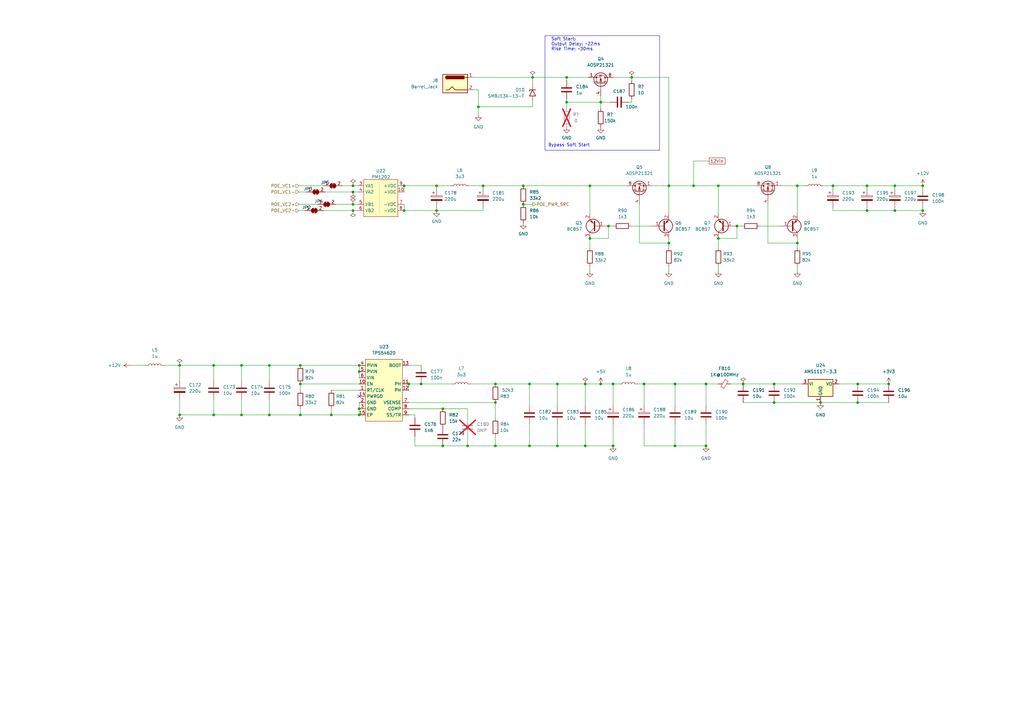
<source format=kicad_sch>
(kicad_sch (version 20230121) (generator eeschema)
  (paper "A3")
  (title_block (title "Kirdy") (date "2022-07-03") (rev "r0.3") (company "M-Labs") (comment 1 "Linus Woo Chun Kit"))
  (lib_symbols
    (symbol "Connector:Barrel_Jack" (pin_names (offset 1.016))
      (property "Reference" "J" (at 0 5.334 0))
      (property "Value" "Barrel_Jack" (at 0 -5.08 0))
      (symbol "Barrel_Jack_1_1"
        (pin passive line (at 7.62 2.54 180) (length 2.54) (name "~") (number "1"))
        (pin passive line (at 7.62 -2.54 180) (length 2.54) (name "~") (number "2"))
      )
    )
    (symbol "Device:C" (pin_numbers hide) (pin_names (offset 0.254))
      (property "Reference" "C" (at 0.635 2.54 0))
      (property "Value" "C" (at 0.635 -2.54 0))
      (symbol "C_1_1"
        (pin passive line (at 0 3.81 270) (length 2.794) (name "~") (number "1"))
        (pin passive line (at 0 -3.81 90) (length 2.794) (name "~") (number "2"))
      )
    )
    (symbol "Device:C_Polarized" (pin_numbers hide) (pin_names (offset 0.254))
      (property "Reference" "C" (at 0.635 2.54 0))
      (property "Value" "C_Polarized" (at 0.635 -2.54 0))
      (symbol "C_Polarized_1_1"
        (pin passive line (at 0 3.81 270) (length 2.794) (name "~") (number "1"))
        (pin passive line (at 0 -3.81 90) (length 2.794) (name "~") (number "2"))
      )
    )
    (symbol "Device:FerriteBead_Small" (pin_numbers hide) (pin_names (offset 0))
      (property "Reference" "FB" (at 1.905 1.27 0))
      (property "Value" "FerriteBead_Small" (at 1.905 -1.27 0))
      (symbol "FerriteBead_Small_1_1"
        (pin passive line (at 0 2.54 270) (length 1.27) (name "~") (number "1"))
        (pin passive line (at 0 -2.54 90) (length 1.27) (name "~") (number "2"))
      )
    )
    (symbol "Device:L" (pin_numbers hide) (pin_names (offset 1.016) hide)
      (property "Reference" "L" (at -1.27 0 90))
      (property "Value" "L" (at 1.905 0 90))
      (symbol "L_1_1"
        (pin passive line (at 0 3.81 270) (length 1.27) (name "1") (number "1"))
        (pin passive line (at 0 -3.81 90) (length 1.27) (name "2") (number "2"))
      )
    )
    (symbol "Device:R" (pin_numbers hide) (pin_names (offset 0))
      (property "Reference" "R" (at 2.032 0 90))
      (property "Value" "R" (at 0 0 90))
      (symbol "R_1_1"
        (pin passive line (at 0 3.81 270) (length 1.27) (name "~") (number "1"))
        (pin passive line (at 0 -3.81 90) (length 1.27) (name "~") (number "2"))
      )
    )
    (symbol "Diode:SM6T15A" (pin_numbers hide) (pin_names (offset 1.016) hide)
      (property "Reference" "D" (at 0 2.54 0))
      (property "Value" "SM6T15A" (at 0 -2.54 0))
      (symbol "SM6T15A_1_1"
        (pin passive line (at -3.81 0 0) (length 2.54) (name "A1") (number "1"))
        (pin passive line (at 3.81 0 180) (length 2.54) (name "A2") (number "2"))
      )
    )
    (symbol "Jumper:SolderJumper_2_Bridged" (pin_names (offset 0) hide)
      (property "Reference" "JP" (at 0 2.032 0))
      (property "Value" "SolderJumper_2_Bridged" (at 0 -2.54 0))
      (symbol "SolderJumper_2_Bridged_1_1"
        (pin passive line (at -3.81 0 0) (length 2.54) (name "A") (number "1"))
        (pin passive line (at 3.81 0 180) (length 2.54) (name "B") (number "2"))
      )
    )
    (symbol "Regulator_Linear:AMS1117-3.3" (pin_names (offset 0.254))
      (property "Reference" "U" (at -3.81 3.175 0))
      (property "Value" "AMS1117-3.3" (at 0 3.175 0))
      (symbol "AMS1117-3.3_1_1"
        (pin power_in line (at 0 -7.62 90) (length 2.54) (name "GND") (number "1"))
        (pin power_out line (at 7.62 0 180) (length 2.54) (name "VO") (number "2"))
        (pin power_in line (at -7.62 0 0) (length 2.54) (name "VI") (number "3"))
      )
    )
    (symbol "Transistor_BJT:BC857" (pin_names (offset 0) hide)
      (property "Reference" "Q" (at 5.08 1.905 0))
      (property "Value" "BC857" (at 5.08 0 0))
      (symbol "BC857_1_1"
        (pin input line (at -5.08 0 0) (length 5.715) (name "B") (number "1"))
        (pin passive line (at 2.54 -5.08 90) (length 2.54) (name "E") (number "2"))
        (pin passive line (at 2.54 5.08 270) (length 2.54) (name "C") (number "3"))
      )
    )
    (symbol "Transistor_FET:FDS9435A" (pin_names hide)
      (property "Reference" "Q" (at 5.08 1.905 0))
      (property "Value" "FDS9435A" (at 5.08 0 0))
      (symbol "FDS9435A_1_1"
        (pin passive line (at 2.54 -5.08 90) (length 2.54) (name "S") (number "1"))
        (pin passive line (at 2.54 -5.08 90) (length 2.54) hide (name "S") (number "2"))
        (pin passive line (at 2.54 -5.08 90) (length 2.54) hide (name "S") (number "3"))
        (pin passive line (at -5.08 0 0) (length 2.54) (name "G") (number "4"))
        (pin passive line (at 2.54 5.08 270) (length 2.54) hide (name "D") (number "5"))
        (pin passive line (at 2.54 5.08 270) (length 2.54) hide (name "D") (number "6"))
        (pin passive line (at 2.54 5.08 270) (length 2.54) hide (name "D") (number "7"))
        (pin passive line (at 2.54 5.08 270) (length 2.54) (name "D") (number "8"))
      )
    )
    (symbol "kirdy:PM1202"
      (property "Reference" "U" (at 6.35 -6.35 0))
      (property "Value" "PM1202" (at -2.54 -6.35 0))
      (property "MFR_PN" "PM1202" (at 0 0 0))
      (symbol "PM1202_0_0"
        (pin no_connect line (at -1.27 -11.43 180) (length 2.54) hide (name "NC") (number "1"))
        (pin power_out line (at 10.16 5.08 180) (length 2.54) (name "+VDC") (number "10"))
        (pin no_connect line (at -1.27 -8.89 180) (length 2.54) hide (name "NC") (number "2"))
        (pin passive line (at 10.16 0 180) (length 2.54) (name "-VDC") (number "7"))
        (pin power_out line (at 10.16 -2.54 180) (length 2.54) (name "-VDC") (number "8"))
        (pin input line (at 10.16 7.62 180) (length 2.54) (name "+VDC") (number "9"))
      )
      (symbol "PM1202_1_0"
        (pin power_in line (at -8.89 7.62 0) (length 2.54) (name "VA1") (number "3"))
        (pin power_in line (at -8.89 5.08 0) (length 2.54) (name "VA2") (number "4"))
        (pin power_in line (at -8.89 0 0) (length 2.54) (name "VB1") (number "5"))
        (pin power_in line (at -8.89 -2.54 0) (length 2.54) (name "VB2") (number "6"))
      )
    )
    (symbol "kirdy:TPS54620"
      (property "Reference" "U" (at 0 -17.78 0))
      (property "Value" "TPS54620" (at 0 -15.24 0))
      (symbol "TPS54620_0_0"
        (pin input line (at -10.16 0 0) (length 2.54) (name "RT/CLK") (number "1"))
        (pin input line (at -10.16 2.54 0) (length 2.54) (name "EN") (number "10"))
        (pin power_out line (at 10.16 2.54 180) (length 2.54) (name "PH") (number "11"))
        (pin passive line (at 10.16 0 180) (length 2.54) (name "PH") (number "12"))
        (pin input line (at 10.16 10.16 180) (length 2.54) (name "BOOT") (number "13"))
        (pin output line (at -10.16 -2.54 0) (length 2.54) (name "PWRGD") (number "14"))
        (pin power_in line (at -10.16 -10.16 0) (length 2.54) (name "EP") (number "15"))
        (pin power_in line (at -10.16 -5.08 0) (length 2.54) (name "GND") (number "2"))
        (pin power_in line (at -10.16 -7.62 0) (length 2.54) (name "GND") (number "3"))
        (pin power_in line (at -10.16 10.16 0) (length 2.54) (name "PVIN") (number "4"))
        (pin power_in line (at -10.16 7.62 0) (length 2.54) (name "PVIN") (number "5"))
        (pin power_in line (at -10.16 5.08 0) (length 2.54) (name "VIN") (number "6"))
        (pin input line (at 10.16 -5.08 180) (length 2.54) (name "VSENSE") (number "7"))
        (pin output line (at 10.16 -7.62 180) (length 2.54) (name "COMP") (number "8"))
        (pin output line (at 10.16 -10.16 180) (length 2.54) (name "SS/TR") (number "9"))
      )
    )
    (symbol "power:+12V" (power) (pin_names (offset 0))
      (property "Value" "+12V" (at 0 3.556 0))
      (symbol "+12V_1_1"
        (pin power_in line (at 0 0 90) (length 0) hide (name "+12V") (number "1"))
      )
    )
    (symbol "power:+3V3" (power) (pin_names (offset 0))
      (property "Value" "+3V3" (at 0 3.556 0))
      (symbol "+3V3_1_1"
        (pin power_in line (at 0 0 90) (length 0) hide (name "+3V3") (number "1"))
      )
    )
    (symbol "power:+5V" (power) (pin_names (offset 0))
      (property "Value" "+5V" (at 0 3.556 0))
      (symbol "+5V_1_1"
        (pin power_in line (at 0 0 90) (length 0) hide (name "+5V") (number "1"))
      )
    )
    (symbol "power:GND" (power) (pin_names (offset 0))
      (property "Value" "GND" (at 0 -3.81 0))
      (symbol "GND_1_1"
        (pin power_in line (at 0 0 270) (length 0) hide (name "GND") (number "1"))
      )
    )
    (symbol "power:PWR_FLAG" (power) (pin_numbers hide) (pin_names (offset 0) hide)
      (property "Value" "PWR_FLAG" (at 0 3.81 0))
      (symbol "PWR_FLAG_0_0"
        (pin power_out line (at 0 0 90) (length 0) (name "pwr") (number "1"))
      )
    )
  )
  (junction (at 259.08 31.75))
  (junction (at 87.63 149.86))
  (junction (at 179.07 86.36))
  (junction (at 165.735 86.36))
  (junction (at 364.49 157.48))
  (junction (at 241.935 97.79))
  (junction (at 276.86 157.48))
  (junction (at 144.78 76.2))
  (junction (at 181.61 182.88))
  (junction (at 274.32 99.695))
  (junction (at 147.32 167.64))
  (junction (at 241.935 76.2))
  (junction (at 251.46 182.88))
  (junction (at 181.61 167.64))
  (junction (at 144.78 83.82))
  (junction (at 284.48 76.2))
  (junction (at 246.38 157.48))
  (junction (at 317.5 165.1))
  (junction (at 228.6 157.48))
  (junction (at 203.2 157.48))
  (junction (at 378.46 86.36))
  (junction (at 251.46 157.48))
  (junction (at 110.49 170.18))
  (junction (at 144.78 86.36))
  (junction (at 167.64 157.48))
  (junction (at 274.32 76.2))
  (junction (at 135.89 170.18))
  (junction (at 73.66 170.18))
  (junction (at 214.63 83.82))
  (junction (at 302.26 92.71))
  (junction (at 246.38 41.91))
  (junction (at 196.215 43.815))
  (junction (at 240.03 182.88))
  (junction (at 147.32 149.86))
  (junction (at 203.2 182.88))
  (junction (at 336.55 165.1))
  (junction (at 240.03 157.48))
  (junction (at 249.555 92.71))
  (junction (at 110.49 149.86))
  (junction (at 351.79 165.1))
  (junction (at 294.64 97.79))
  (junction (at 123.19 170.18))
  (junction (at 317.5 157.48))
  (junction (at 289.56 157.48))
  (junction (at 351.79 157.48))
  (junction (at 203.2 165.1))
  (junction (at 327.025 76.2))
  (junction (at 355.6 86.36))
  (junction (at 367.03 76.2))
  (junction (at 217.17 182.88))
  (junction (at 214.63 76.2))
  (junction (at 304.8 157.48))
  (junction (at 217.17 157.48))
  (junction (at 179.07 76.2))
  (junction (at 87.63 170.18))
  (junction (at 232.41 31.75))
  (junction (at 378.46 76.2))
  (junction (at 144.78 78.74))
  (junction (at 123.19 149.86))
  (junction (at 341.63 76.2))
  (junction (at 73.66 149.86))
  (junction (at 165.735 76.2))
  (junction (at 218.44 31.75))
  (junction (at 327.025 99.695))
  (junction (at 99.06 170.18))
  (junction (at 294.64 76.2))
  (junction (at 289.56 182.88))
  (junction (at 232.41 41.91))
  (junction (at 147.32 152.4))
  (junction (at 367.03 86.36))
  (junction (at 228.6 182.88))
  (junction (at 191.77 182.88))
  (junction (at 99.06 149.86))
  (junction (at 123.19 157.48))
  (junction (at 276.86 182.88))
  (junction (at 147.32 170.18))
  (junction (at 172.72 157.48))
  (junction (at 198.12 76.2))
  (junction (at 264.16 157.48))
  (junction (at 355.6 76.2))
  (no_connect (at 147.32 162.56))
  (wire (pts (xy 337.82 76.2) (xy 341.63 76.2)))
  (wire (pts (xy 135.89 167.64) (xy 135.89 170.18)))
  (wire (pts (xy 294.64 76.2) (xy 309.88 76.2)))
  (wire (pts (xy 378.46 77.47) (xy 378.46 76.2)))
  (wire (pts (xy 87.63 149.86) (xy 99.06 149.86)))
  (wire (pts (xy 147.32 165.1) (xy 147.32 167.64)))
  (wire (pts (xy 165.735 86.36) (xy 179.07 86.36)))
  (wire (pts (xy 144.78 83.82) (xy 146.685 83.82)))
  (wire (pts (xy 140.335 76.2) (xy 144.78 76.2)))
  (wire (pts (xy 327.025 76.2) (xy 327.025 87.63)))
  (wire (pts (xy 110.49 149.86) (xy 123.19 149.86)))
  (wire (pts (xy 355.6 76.2) (xy 355.6 77.47)))
  (wire (pts (xy 99.06 163.83) (xy 99.06 170.18)))
  (wire (pts (xy 264.16 157.48) (xy 276.86 157.48)))
  (wire (pts (xy 241.935 76.2) (xy 257.175 76.2)))
  (wire (pts (xy 165.735 83.82) (xy 165.735 86.36)))
  (wire (pts (xy 294.64 97.79) (xy 294.64 101.6)))
  (wire (pts (xy 135.89 160.02) (xy 147.32 160.02)))
  (wire (pts (xy 228.6 182.88) (xy 240.03 182.88)))
  (wire (pts (xy 327.025 99.695) (xy 327.025 101.6)))
  (wire (pts (xy 218.44 31.75) (xy 194.31 31.75)))
  (wire (pts (xy 99.06 170.18) (xy 110.49 170.18)))
  (wire (pts (xy 110.49 170.18) (xy 123.19 170.18)))
  (wire (pts (xy 232.41 41.91) (xy 232.41 44.45)))
  (wire (pts (xy 192.405 76.2) (xy 198.12 76.2)))
  (wire (pts (xy 274.32 76.2) (xy 284.48 76.2)))
  (wire (pts (xy 367.03 76.2) (xy 378.46 76.2)))
  (wire (pts (xy 304.8 165.1) (xy 317.5 165.1)))
  (wire (pts (xy 170.18 179.07) (xy 170.18 182.88)))
  (wire (pts (xy 203.2 182.88) (xy 203.2 179.07)))
  (wire (pts (xy 181.61 167.64) (xy 191.77 167.64)))
  (wire (pts (xy 217.17 157.48) (xy 217.17 166.37)))
  (wire (pts (xy 53.34 149.86) (xy 59.69 149.86)))
  (wire (pts (xy 267.335 76.2) (xy 274.32 76.2)))
  (wire (pts (xy 122.555 83.82) (xy 130.175 83.82)))
  (wire (pts (xy 246.38 41.91) (xy 250.19 41.91)))
  (wire (pts (xy 147.32 149.86) (xy 147.32 152.4)))
  (wire (pts (xy 167.64 149.86) (xy 172.72 149.86)))
  (wire (pts (xy 123.19 157.48) (xy 123.19 160.02)))
  (wire (pts (xy 123.19 167.64) (xy 123.19 170.18)))
  (wire (pts (xy 73.66 163.83) (xy 73.66 170.18)))
  (wire (pts (xy 240.03 157.48) (xy 240.03 166.37)))
  (wire (pts (xy 132.715 86.36) (xy 144.78 86.36)))
  (wire (pts (xy 251.46 182.88) (xy 251.46 173.99)))
  (wire (pts (xy 259.08 40.64) (xy 259.08 41.91)))
  (wire (pts (xy 317.5 157.48) (xy 328.93 157.48)))
  (wire (pts (xy 276.86 157.48) (xy 289.56 157.48)))
  (wire (pts (xy 99.06 149.86) (xy 110.49 149.86)))
  (wire (pts (xy 320.04 76.2) (xy 327.025 76.2)))
  (wire (pts (xy 167.64 165.1) (xy 203.2 165.1)))
  (wire (pts (xy 284.48 76.2) (xy 294.64 76.2)))
  (wire (pts (xy 289.56 173.99) (xy 289.56 182.88)))
  (wire (pts (xy 251.46 157.48) (xy 251.46 166.37)))
  (wire (pts (xy 274.32 76.2) (xy 274.32 87.63)))
  (wire (pts (xy 123.19 157.48) (xy 147.32 157.48)))
  (wire (pts (xy 196.215 36.83) (xy 194.31 36.83)))
  (wire (pts (xy 218.44 41.91) (xy 218.44 43.815)))
  (wire (pts (xy 87.63 170.18) (xy 99.06 170.18)))
  (wire (pts (xy 135.89 170.18) (xy 147.32 170.18)))
  (wire (pts (xy 351.79 157.48) (xy 364.49 157.48)))
  (wire (pts (xy 179.07 76.2) (xy 179.07 77.47)))
  (wire (pts (xy 327.025 76.2) (xy 330.2 76.2)))
  (wire (pts (xy 123.19 149.86) (xy 147.32 149.86)))
  (wire (pts (xy 276.86 166.37) (xy 276.86 157.48)))
  (wire (pts (xy 144.78 78.74) (xy 146.685 78.74)))
  (wire (pts (xy 276.86 182.88) (xy 289.56 182.88)))
  (wire (pts (xy 232.41 40.64) (xy 232.41 41.91)))
  (wire (pts (xy 73.66 156.21) (xy 73.66 149.86)))
  (wire (pts (xy 232.41 41.91) (xy 246.38 41.91)))
  (wire (pts (xy 198.12 76.2) (xy 214.63 76.2)))
  (wire (pts (xy 294.64 109.22) (xy 294.64 111.125)))
  (wire (pts (xy 122.555 86.36) (xy 125.095 86.36)))
  (wire (pts (xy 259.08 31.75) (xy 259.08 33.02)))
  (wire (pts (xy 217.17 157.48) (xy 228.6 157.48)))
  (wire (pts (xy 232.41 31.75) (xy 232.41 33.02)))
  (wire (pts (xy 259.08 41.91) (xy 257.81 41.91)))
  (wire (pts (xy 246.38 39.37) (xy 246.38 41.91)))
  (wire (pts (xy 378.46 85.09) (xy 378.46 86.36)))
  (wire (pts (xy 203.2 157.48) (xy 217.17 157.48)))
  (wire (pts (xy 344.17 157.48) (xy 351.79 157.48)))
  (wire (pts (xy 123.19 170.18) (xy 135.89 170.18)))
  (wire (pts (xy 198.12 76.2) (xy 198.12 77.47)))
  (wire (pts (xy 170.18 182.88) (xy 181.61 182.88)))
  (wire (pts (xy 294.64 76.2) (xy 294.64 87.63)))
  (wire (pts (xy 284.48 66.04) (xy 284.48 76.2)))
  (wire (pts (xy 290.83 66.04) (xy 284.48 66.04)))
  (wire (pts (xy 218.44 31.75) (xy 218.44 34.29)))
  (wire (pts (xy 367.03 76.2) (xy 367.03 77.47)))
  (wire (pts (xy 191.77 182.88) (xy 203.2 182.88)))
  (wire (pts (xy 172.72 157.48) (xy 185.42 157.48)))
  (wire (pts (xy 261.62 157.48) (xy 264.16 157.48)))
  (wire (pts (xy 251.46 31.75) (xy 259.08 31.75)))
  (wire (pts (xy 327.025 109.22) (xy 327.025 111.125)))
  (wire (pts (xy 341.63 76.2) (xy 355.6 76.2)))
  (wire (pts (xy 110.49 163.83) (xy 110.49 170.18)))
  (wire (pts (xy 314.96 99.695) (xy 327.025 99.695)))
  (wire (pts (xy 249.555 92.71) (xy 251.46 92.71)))
  (wire (pts (xy 341.63 76.2) (xy 341.63 77.47)))
  (wire (pts (xy 203.2 182.88) (xy 217.17 182.88)))
  (wire (pts (xy 254 157.48) (xy 251.46 157.48)))
  (wire (pts (xy 196.215 43.815) (xy 218.44 43.815)))
  (wire (pts (xy 246.38 41.91) (xy 246.38 44.45)))
  (wire (pts (xy 241.935 97.79) (xy 241.935 101.6)))
  (wire (pts (xy 198.12 85.09) (xy 198.12 86.36)))
  (wire (pts (xy 355.6 76.2) (xy 367.03 76.2)))
  (wire (pts (xy 241.935 76.2) (xy 241.935 87.63)))
  (wire (pts (xy 314.96 83.82) (xy 314.96 99.695)))
  (wire (pts (xy 228.6 157.48) (xy 240.03 157.48)))
  (wire (pts (xy 264.16 182.88) (xy 264.16 173.99)))
  (wire (pts (xy 367.03 85.09) (xy 367.03 86.36)))
  (wire (pts (xy 73.66 149.86) (xy 87.63 149.86)))
  (wire (pts (xy 262.255 83.82) (xy 262.255 99.695)))
  (wire (pts (xy 179.07 86.36) (xy 179.07 85.09)))
  (wire (pts (xy 179.07 76.2) (xy 184.785 76.2)))
  (wire (pts (xy 147.32 167.64) (xy 147.32 170.18)))
  (wire (pts (xy 299.72 157.48) (xy 304.8 157.48)))
  (wire (pts (xy 196.215 43.815) (xy 196.215 36.83)))
  (wire (pts (xy 274.32 109.22) (xy 274.32 111.125)))
  (wire (pts (xy 241.935 109.22) (xy 241.935 111.125)))
  (wire (pts (xy 144.78 76.2) (xy 146.685 76.2)))
  (wire (pts (xy 232.41 31.75) (xy 241.3 31.75)))
  (wire (pts (xy 87.63 149.86) (xy 87.63 156.21)))
  (wire (pts (xy 165.735 76.2) (xy 165.735 78.74)))
  (wire (pts (xy 317.5 165.1) (xy 336.55 165.1)))
  (wire (pts (xy 203.2 171.45) (xy 203.2 165.1)))
  (wire (pts (xy 167.64 157.48) (xy 172.72 157.48)))
  (wire (pts (xy 122.555 76.2) (xy 132.715 76.2)))
  (wire (pts (xy 137.795 83.82) (xy 144.78 83.82)))
  (wire (pts (xy 147.32 152.4) (xy 147.32 154.94)))
  (wire (pts (xy 170.18 170.18) (xy 170.18 171.45)))
  (wire (pts (xy 193.04 157.48) (xy 203.2 157.48)))
  (wire (pts (xy 241.935 97.79) (xy 249.555 97.79)))
  (wire (pts (xy 133.35 78.74) (xy 144.78 78.74)))
  (wire (pts (xy 367.03 86.36) (xy 378.46 86.36)))
  (wire (pts (xy 198.12 86.36) (xy 179.07 86.36)))
  (wire (pts (xy 214.63 83.82) (xy 218.44 83.82)))
  (wire (pts (xy 144.78 86.36) (xy 146.685 86.36)))
  (wire (pts (xy 228.6 157.48) (xy 228.6 166.37)))
  (wire (pts (xy 218.44 31.75) (xy 232.41 31.75)))
  (wire (pts (xy 264.16 182.88) (xy 276.86 182.88)))
  (wire (pts (xy 87.63 163.83) (xy 87.63 170.18)))
  (wire (pts (xy 191.77 182.88) (xy 191.77 179.07)))
  (wire (pts (xy 249.555 97.79) (xy 249.555 92.71)))
  (wire (pts (xy 294.64 97.79) (xy 302.26 97.79)))
  (wire (pts (xy 240.03 173.99) (xy 240.03 182.88)))
  (wire (pts (xy 217.17 173.99) (xy 217.17 182.88)))
  (wire (pts (xy 167.64 170.18) (xy 170.18 170.18)))
  (wire (pts (xy 327.025 97.79) (xy 327.025 99.695)))
  (wire (pts (xy 165.735 76.2) (xy 179.07 76.2)))
  (wire (pts (xy 246.38 157.48) (xy 251.46 157.48)))
  (wire (pts (xy 181.61 182.88) (xy 191.77 182.88)))
  (wire (pts (xy 341.63 86.36) (xy 355.6 86.36)))
  (wire (pts (xy 355.6 86.36) (xy 367.03 86.36)))
  (wire (pts (xy 73.66 170.18) (xy 87.63 170.18)))
  (wire (pts (xy 355.6 85.09) (xy 355.6 86.36)))
  (wire (pts (xy 276.86 173.99) (xy 276.86 182.88)))
  (wire (pts (xy 302.26 92.71) (xy 304.165 92.71)))
  (wire (pts (xy 67.31 149.86) (xy 73.66 149.86)))
  (wire (pts (xy 228.6 173.99) (xy 228.6 182.88)))
  (wire (pts (xy 110.49 149.86) (xy 110.49 156.21)))
  (wire (pts (xy 264.16 166.37) (xy 264.16 157.48)))
  (wire (pts (xy 191.77 167.64) (xy 191.77 171.45)))
  (wire (pts (xy 240.03 182.88) (xy 251.46 182.88)))
  (wire (pts (xy 274.32 99.695) (xy 274.32 101.6)))
  (wire (pts (xy 122.555 78.74) (xy 125.73 78.74)))
  (wire (pts (xy 262.255 99.695) (xy 274.32 99.695)))
  (wire (pts (xy 341.63 86.36) (xy 341.63 85.09)))
  (wire (pts (xy 351.79 165.1) (xy 364.49 165.1)))
  (wire (pts (xy 167.64 167.64) (xy 181.61 167.64)))
  (wire (pts (xy 304.8 157.48) (xy 317.5 157.48)))
  (wire (pts (xy 274.32 31.75) (xy 274.32 76.2)))
  (wire (pts (xy 259.08 92.71) (xy 266.7 92.71)))
  (wire (pts (xy 99.06 156.21) (xy 99.06 149.86)))
  (wire (pts (xy 311.785 92.71) (xy 319.405 92.71)))
  (wire (pts (xy 289.56 157.48) (xy 294.64 157.48)))
  (wire (pts (xy 302.26 97.79) (xy 302.26 92.71)))
  (wire (pts (xy 167.64 157.48) (xy 167.64 160.02)))
  (wire (pts (xy 259.08 31.75) (xy 274.32 31.75)))
  (wire (pts (xy 214.63 76.2) (xy 241.935 76.2)))
  (wire (pts (xy 274.32 97.79) (xy 274.32 99.695)))
  (wire (pts (xy 240.03 157.48) (xy 246.38 157.48)))
  (wire (pts (xy 217.17 182.88) (xy 228.6 182.88)))
  (wire (pts (xy 196.215 46.99) (xy 196.215 43.815)))
  (wire (pts (xy 289.56 166.37) (xy 289.56 157.48)))
  (wire (pts (xy 336.55 165.1) (xy 351.79 165.1)))
  (rectangle (start 223.52 14.605) (end 270.51 61.595))
  (text "Bypass Soft Start" (at 241.935 60.325 0) (effects (font (size 1.27 1.27)) (justify right bottom)))
  (text "Soft Start:\nOutput Delay: ~22ms\nRise Time: ~30ms\n" (at 226.06 20.955 0) (effects (font (size 1.27 1.27)) (justify left bottom)))
  (global_label "12Vin" (shape passive) (at 290.83 66.04 0) (property "Intersheetrefs" "${INTERSHEET_REFS}" (effects hide)))
  (hierarchical_label "POE_PWR_SRC" (shape output) (at 218.44 83.82 0))
  (hierarchical_label "POE_VC2+" (shape input) (at 122.555 83.82 180))
  (hierarchical_label "POE_VC2-" (shape input) (at 122.555 86.36 180))
  (hierarchical_label "POE_VC1-" (shape input) (at 122.555 78.74 180))
  (hierarchical_label "POE_VC1+" (shape input) (at 122.555 76.2 180))
  (symbol (lib_id "Device:L") (at 189.23 157.48 90) (unit 1)
    (property "Reference" "L7" (at 189.23 151.13 90))
    (property "Value" "3u3" (at 189.23 153.67 90))
    (property "Footprint" "Inductor_SMD:L_Wuerth_MAPI-4020" (effects hide))
    (property "MFR_PN" "74438356033" (effects hide))
  )
  (symbol (lib_id "Device:C") (at 276.86 170.18 0) (unit 1)
    (property "Reference" "C189" (at 280.67 168.9099 0) (effects (justify left)))
    (property "Value" "10u" (at 280.67 171.4499 0) (effects (justify left)))
    (property "Footprint" "Capacitor_SMD:C_0805_2012Metric" (effects hide))
    (property "MFR_PN" "CL21B106KOQNNNG" (effects hide))
    (property "MFR_PN_ALT" "CL21B106KOQNNNE" (effects hide))
  )
  (symbol (lib_id "Device:C") (at 378.46 81.28 0) (unit 1)
    (property "Reference" "C198" (at 382.27 80.0099 0) (effects (justify left)))
    (property "Value" "100n" (at 382.27 82.5499 0) (effects (justify left)))
    (property "Footprint" "Capacitor_SMD:C_0603_1608Metric" (effects hide))
    (property "MFR_PN" "CL10B104KB8NNWC" (effects hide))
    (property "MFR_PN_ALT" "CL10B104KB8NNNL" (effects hide))
  )
  (symbol (lib_id "Jumper:SolderJumper_2_Bridged") (at 136.525 76.2 0) (unit 1) (in_bom no)
    (property "Reference" "JP5" (at 133.35 74.93 0))
    (property "Value" "SolderJumper_2_Bridged" (effects hide))
    (property "Footprint" "Jumper:SolderJumper-2_P1.3mm_Bridged2Bar_Pad1.0x1.5mm" (effects hide))
  )
  (symbol (lib_id "Device:R") (at 294.64 105.41 0) (unit 1)
    (property "Reference" "R93" (at 296.545 104.1399 0) (effects (justify left)))
    (property "Value" "33k2" (at 296.545 106.6799 0) (effects (justify left)))
    (property "Footprint" "Resistor_SMD:R_0603_1608Metric" (effects hide))
    (property "MFR_PN" "CR0603-FX-3322ELF" (effects hide))
    (property "MFR_PN_ALT" "RC0603FR-0733K2L" (effects hide))
  )
  (symbol (lib_id "Device:C") (at 170.18 175.26 0) (unit 1)
    (property "Reference" "C176" (at 173.99 173.9899 0) (effects (justify left)))
    (property "Value" "1n6" (at 173.99 176.5299 0) (effects (justify left)))
    (property "Footprint" "Capacitor_SMD:C_0603_1608Metric" (effects hide))
    (property "MFR_PN" "GCM1885C1H162FA16D" (effects hide))
    (property "MFR_PN_ALT" "C0603C162J5GAC7867" (effects hide))
  )
  (symbol (lib_id "Device:C_Polarized") (at 264.16 170.18 0) (unit 1)
    (property "Reference" "C188" (at 267.97 168.0209 0) (effects (justify left)))
    (property "Value" "220u" (at 267.97 170.5609 0) (effects (justify left)))
    (property "Footprint" "Capacitor_Tantalum_SMD:CP_EIA-7343-15_Kemet-W" (effects hide))
    (property "MFR_PN" "T491D227K016AT" (effects hide))
    (property "MFR_PN_ALT" "293D227X9016E2TE3" (effects hide))
  )
  (symbol (lib_id "Transistor_BJT:BC857") (at 324.485 92.71 0) (mirror x) (unit 1)
    (property "Reference" "Q9" (at 329.565 91.4399 0) (effects (justify left)))
    (property "Value" "BC857" (at 329.565 93.9799 0) (effects (justify left)))
    (property "Footprint" "Package_TO_SOT_SMD:SOT-23" (effects hide))
    (property "Datasheet" "https://www.onsemi.com/pub/Collateral/BC860-D.pdf" (effects hide))
    (property "MFR_PN" "BC857B-TP" (effects hide))
    (property "MFR_PN_ALT" "BC857C-TP" (effects hide))
  )
  (symbol (lib_id "Device:C") (at 240.03 170.18 0) (unit 1)
    (property "Reference" "C185" (at 243.84 168.9099 0) (effects (justify left)))
    (property "Value" "10u" (at 243.84 171.4499 0) (effects (justify left)))
    (property "Footprint" "Capacitor_SMD:C_0805_2012Metric" (effects hide))
    (property "MFR_PN" "CL21B106KOQNNNG" (effects hide))
    (property "MFR_PN_ALT" "CL21B106KOQNNNE" (effects hide))
  )
  (symbol (lib_id "power:GND") (at 196.215 46.99 0) (mirror y) (unit 1)
    (property "Reference" "#PWR0153" (effects hide))
    (property "Value" "GND" (at 196.215 52.07 0))
  )
  (symbol (lib_id "Device:C_Polarized") (at 341.63 81.28 0) (unit 1)
    (property "Reference" "C193" (at 345.44 79.1209 0) (effects (justify left)))
    (property "Value" "220u" (at 345.44 81.6609 0) (effects (justify left)))
    (property "Footprint" "Capacitor_Tantalum_SMD:CP_EIA-7343-15_Kemet-W" (effects hide))
    (property "MFR_PN" "T491D227K016AT" (effects hide))
    (property "MFR_PN_ALT" "293D227X9016E2TE3" (effects hide))
  )
  (symbol (lib_id "power:GND") (at 274.32 111.125 0) (unit 1)
    (property "Reference" "#PWR0160" (effects hide))
    (property "Value" "GND" (at 274.32 116.205 0))
  )
  (symbol (lib_id "Device:R") (at 181.61 171.45 0) (unit 1)
    (property "Reference" "R82" (at 184.15 170.1799 0) (effects (justify left)))
    (property "Value" "15k" (at 184.15 172.7199 0) (effects (justify left)))
    (property "Footprint" "Resistor_SMD:R_0603_1608Metric" (effects hide))
    (property "MFR_PN" "RT0603FRE0715KL" (effects hide))
  )
  (symbol (lib_id "Device:C") (at 304.8 161.29 0) (unit 1)
    (property "Reference" "C191" (at 308.61 160.0199 0) (effects (justify left)))
    (property "Value" "10u" (at 308.61 162.5599 0) (effects (justify left)))
    (property "Footprint" "Capacitor_SMD:C_0805_2012Metric" (effects hide))
    (property "MFR_PN" "CL21B106KOQNNNG" (effects hide))
    (property "MFR_PN_ALT" "CL21B106KOQNNNE" (effects hide))
  )
  (symbol (lib_id "Device:C") (at 351.79 161.29 0) (unit 1)
    (property "Reference" "C194" (at 355.6 160.0199 0) (effects (justify left)))
    (property "Value" "100n" (at 355.6 162.5599 0) (effects (justify left)))
    (property "Footprint" "Capacitor_SMD:C_0603_1608Metric" (effects hide))
    (property "MFR_PN" "CL10B104KB8NNWC" (effects hide))
    (property "MFR_PN_ALT" "CL10B104KB8NNNL" (effects hide))
  )
  (symbol (lib_id "power:+12V") (at 378.46 76.2 0) (unit 1)
    (property "Reference" "#PWR0166" (effects hide))
    (property "Value" "+12V" (at 378.46 71.12 0))
  )
  (symbol (lib_id "power:PWR_FLAG") (at 304.8 157.48 0) (unit 1)
    (property "Reference" "#FLG027" (effects hide))
    (property "Value" "PWR_FLAG" (effects hide))
  )
  (symbol (lib_id "power:GND") (at 241.935 111.125 0) (unit 1)
    (property "Reference" "#PWR0156" (effects hide))
    (property "Value" "GND" (at 241.935 116.205 0))
  )
  (symbol (lib_id "Device:L") (at 188.595 76.2 90) (unit 1)
    (property "Reference" "L6" (at 188.595 69.85 90))
    (property "Value" "3u3" (at 188.595 72.39 90))
    (property "Footprint" "Inductor_SMD:L_Wuerth_MAPI-4020" (effects hide))
    (property "MFR_PN" "74438356033" (effects hide))
  )
  (symbol (lib_id "Device:C") (at 87.63 160.02 0) (unit 1)
    (property "Reference" "C173" (at 91.44 158.7499 0) (effects (justify left)))
    (property "Value" "10u" (at 91.44 161.2899 0) (effects (justify left)))
    (property "Footprint" "Capacitor_SMD:C_0805_2012Metric" (effects hide))
    (property "MFR_PN" "CL21B106KOQNNNG" (effects hide))
    (property "MFR_PN_ALT" "CL21B106KOQNNNE" (effects hide))
  )
  (symbol (lib_id "power:PWR_FLAG") (at 144.78 86.36 180) (unit 1)
    (property "Reference" "#FLG023" (effects hide))
    (property "Value" "PWR_FLAG" (effects hide))
  )
  (symbol (lib_id "Device:R") (at 123.19 153.67 0) (unit 1)
    (property "Reference" "R79" (at 125.095 152.3999 0) (effects (justify left)))
    (property "Value" "82k" (at 125.095 154.9399 0) (effects (justify left)))
    (property "Footprint" "Resistor_SMD:R_0603_1608Metric" (effects hide))
    (property "MFR_PN" "CRGCQ0603F82K" (effects hide))
    (property "MFR_PN_ALT" "RMCF0603FT82K0" (effects hide))
  )
  (symbol (lib_id "Device:C_Polarized") (at 251.46 170.18 0) (unit 1)
    (property "Reference" "C186" (at 255.27 168.0209 0) (effects (justify left)))
    (property "Value" "220u" (at 255.27 170.5609 0) (effects (justify left)))
    (property "Footprint" "Capacitor_Tantalum_SMD:CP_EIA-7343-15_Kemet-W" (effects hide))
    (property "MFR_PN" "T491D227K016AT" (effects hide))
    (property "MFR_PN_ALT" "293D227X9016E2TE3" (effects hide))
  )
  (symbol (lib_id "kirdy:PM1202") (at 155.575 83.82 0) (unit 1)
    (property "Reference" "U22" (at 156.21 70.0872 0))
    (property "Value" "PM1202" (at 156.21 72.6241 0))
    (property "Footprint" "kirdy:PM1202" (effects hide))
    (property "Datasheet" "https://www.sdapo.net/product/product-12-386.html" (effects hide))
    (property "MFR_PN" "PM1202" (effects hide))
  )
  (symbol (lib_id "Device:R") (at 307.975 92.71 90) (unit 1)
    (property "Reference" "R94" (at 307.975 86.36 90))
    (property "Value" "1k3" (at 307.975 88.9 90))
    (property "Footprint" "Resistor_SMD:R_0603_1608Metric" (effects hide))
    (property "MFR_PN" "RC0603FR-071K3L" (effects hide))
    (property "MFR_PN_ALT" "CRCW06031K30FKEAC" (effects hide))
  )
  (symbol (lib_id "Device:C") (at 172.72 153.67 0) (unit 1)
    (property "Reference" "C177" (at 176.53 152.3999 0) (effects (justify left)))
    (property "Value" "100n" (at 176.53 154.9399 0) (effects (justify left)))
    (property "Footprint" "Capacitor_SMD:C_0603_1608Metric" (effects hide))
    (property "MFR_PN" "CL10B104KB8NNWC" (effects hide))
    (property "MFR_PN_ALT" "CL10B104KB8NNNL" (effects hide))
  )
  (symbol (lib_id "Device:R") (at 232.41 48.26 180) (unit 1) (dnp yes)
    (property "Reference" "R?" (at 236.22 46.99 0))
    (property "Value" "0" (at 236.22 49.53 0))
    (property "Footprint" "Resistor_SMD:R_0603_1608Metric" (effects hide))
    (property "MFR_PN" "RMCF0603ZT0R00" (effects hide))
    (property "MFR_PN_ALT" "CR0603-J/-000ELF" (effects hide))
    (instances (project "kirdy" (path "" (reference "R?") (unit 1)) (path "" (reference "R87") (unit 1))))
  )
  (symbol (lib_id "Diode:SM6T15A") (at 218.44 38.1 90) (mirror x) (unit 1)
    (property "Reference" "D10" (at 215.265 36.8299 90) (effects (justify left)))
    (property "Value" "SMBJ13A-13-F" (at 215.265 39.3699 90) (effects (justify left)))
    (property "Footprint" "Diode_SMD:D_SMB" (effects hide))
    (property "Datasheet" "https://www.st.com/resource/en/datasheet/sm6t.pdf" (effects hide))
    (property "MFR_PN" "SMBJ13A-13-F" (effects hide))
    (property "MFR_PN_ALT" "P6SMB16A" (effects hide))
  )
  (symbol (lib_id "Device:C_Polarized") (at 355.6 81.28 0) (unit 1)
    (property "Reference" "C195" (at 359.41 79.1209 0) (effects (justify left)))
    (property "Value" "220u" (at 359.41 81.6609 0) (effects (justify left)))
    (property "Footprint" "Capacitor_Tantalum_SMD:CP_EIA-7343-15_Kemet-W" (effects hide))
    (property "MFR_PN" "T491D227K016AT" (effects hide))
    (property "MFR_PN_ALT" "293D227X9016E2TE3" (effects hide))
  )
  (symbol (lib_id "power:PWR_FLAG") (at 144.78 78.74 180) (unit 1)
    (property "Reference" "#FLG021" (effects hide))
    (property "Value" "PWR_FLAG" (effects hide))
  )
  (symbol (lib_id "power:PWR_FLAG") (at 144.78 83.82 0) (unit 1)
    (property "Reference" "#FLG022" (effects hide))
    (property "Value" "PWR_FLAG" (effects hide))
  )
  (symbol (lib_id "Jumper:SolderJumper_2_Bridged") (at 128.905 86.36 0) (unit 1) (in_bom no)
    (property "Reference" "JP2" (at 125.73 85.09 0))
    (property "Value" "SolderJumper_2_Bridged" (effects hide))
    (property "Footprint" "Jumper:SolderJumper-2_P1.3mm_Bridged2Bar_Pad1.0x1.5mm" (effects hide))
  )
  (symbol (lib_id "Device:C") (at 228.6 170.18 0) (unit 1)
    (property "Reference" "C183" (at 232.41 168.9099 0) (effects (justify left)))
    (property "Value" "10u" (at 232.41 171.4499 0) (effects (justify left)))
    (property "Footprint" "Capacitor_SMD:C_0805_2012Metric" (effects hide))
    (property "MFR_PN" "CL21B106KOQNNNG" (effects hide))
    (property "MFR_PN_ALT" "CL21B106KOQNNNE" (effects hide))
  )
  (symbol (lib_id "Device:R") (at 203.2 161.29 180) (unit 1)
    (property "Reference" "R83" (at 207.01 162.56 0))
    (property "Value" "52k3" (at 208.28 160.02 0))
    (property "Footprint" "Resistor_SMD:R_0603_1608Metric" (effects hide))
    (property "MFR_PN" "CR0603-FX-5232ELF" (effects hide))
    (property "MFR_PN_ALT" "ERJ-3EKF5232V" (effects hide))
  )
  (symbol (lib_id "Device:C") (at 191.77 175.26 0) (unit 1) (dnp yes)
    (property "Reference" "C180" (at 195.58 173.9899 0) (effects (justify left)))
    (property "Value" "DNP" (at 195.58 176.5299 0) (effects (justify left)))
    (property "Footprint" "Capacitor_SMD:C_0603_1608Metric" (effects hide))
  )
  (symbol (lib_id "power:PWR_FLAG") (at 259.08 31.75 0) (mirror y) (unit 1)
    (property "Reference" "#FLG026" (effects hide))
    (property "Value" "PWR_FLAG" (effects hide))
  )
  (symbol (lib_id "Device:R") (at 214.63 80.01 0) (unit 1)
    (property "Reference" "R85" (at 217.17 78.7399 0) (effects (justify left)))
    (property "Value" "33k2" (at 217.17 81.2799 0) (effects (justify left)))
    (property "Footprint" "Resistor_SMD:R_0603_1608Metric" (effects hide))
    (property "MFR_PN" "CR0603-FX-3322ELF" (effects hide))
    (property "MFR_PN_ALT" "RC0603FR-0733K2L" (effects hide))
  )
  (symbol (lib_id "power:GND") (at 73.66 170.18 0) (unit 1)
    (property "Reference" "#PWR0151" (effects hide))
    (property "Value" "GND" (at 73.66 175.26 0))
  )
  (symbol (lib_id "Device:R") (at 255.27 92.71 90) (unit 1)
    (property "Reference" "R90" (at 255.27 86.36 90))
    (property "Value" "1k3" (at 255.27 88.9 90))
    (property "Footprint" "Resistor_SMD:R_0603_1608Metric" (effects hide))
    (property "MFR_PN" "RC0603FR-071K3L" (effects hide))
    (property "MFR_PN_ALT" "CRCW06031K30FKEAC" (effects hide))
  )
  (symbol (lib_id "Device:C_Polarized") (at 179.07 81.28 0) (unit 1)
    (property "Reference" "C178" (at 182.245 79.1209 0) (effects (justify left)))
    (property "Value" "220u" (at 182.245 81.6609 0) (effects (justify left)))
    (property "Footprint" "Capacitor_Tantalum_SMD:CP_EIA-7343-15_Kemet-W" (effects hide))
    (property "MFR_PN" "T491D227K016AT" (effects hide))
    (property "MFR_PN_ALT" "293D227X9016E2TE3" (effects hide))
  )
  (symbol (lib_id "Device:L") (at 257.81 157.48 90) (unit 1)
    (property "Reference" "L8" (at 257.81 151.13 90))
    (property "Value" "1u" (at 257.81 153.67 90))
    (property "Footprint" "Inductor_SMD:L_1008_2520Metric" (effects hide))
    (property "MFR_PN" "DFE252012F-1R0M=P2" (effects hide))
    (property "MFR_PN_ALT" "DFE252012P-1R0M=P2" (effects hide))
  )
  (symbol (lib_id "Device:R") (at 259.08 36.83 180) (unit 1)
    (property "Reference" "R?" (at 262.89 35.56 0))
    (property "Value" "10" (at 262.89 38.1 0))
    (property "Footprint" "Resistor_SMD:R_0603_1608Metric" (effects hide))
    (property "MFR_PN" "RT0603BRD0710RL" (effects hide))
    (property "MFR_PN_ALT" "WR06X10R0FTL" (effects hide))
    (instances (project "kirdy" (path "" (reference "R?") (unit 1)) (path "" (reference "R91") (unit 1))))
  )
  (symbol (lib_id "Device:C") (at 289.56 170.18 0) (unit 1)
    (property "Reference" "C190" (at 293.37 168.9099 0) (effects (justify left)))
    (property "Value" "100n" (at 293.37 171.4499 0) (effects (justify left)))
    (property "Footprint" "Capacitor_SMD:C_0603_1608Metric" (effects hide))
    (property "MFR_PN" "CL10B104KB8NNWC" (effects hide))
    (property "MFR_PN_ALT" "CL10B104KB8NNNL" (effects hide))
  )
  (symbol (lib_id "power:+5V") (at 246.38 157.48 0) (unit 1)
    (property "Reference" "#PWR0158" (effects hide))
    (property "Value" "+5V" (at 246.38 152.4 0))
  )
  (symbol (lib_id "Device:R") (at 241.935 105.41 0) (unit 1)
    (property "Reference" "R88" (at 243.84 104.1399 0) (effects (justify left)))
    (property "Value" "33k2" (at 243.84 106.6799 0) (effects (justify left)))
    (property "Footprint" "Resistor_SMD:R_0603_1608Metric" (effects hide))
    (property "MFR_PN" "CR0603-FX-3322ELF" (effects hide))
    (property "MFR_PN_ALT" "RC0603FR-0733K2L" (effects hide))
  )
  (symbol (lib_id "power:PWR_FLAG") (at 73.66 149.86 0) (unit 1)
    (property "Reference" "#FLG019" (effects hide))
    (property "Value" "PWR_FLAG" (effects hide))
  )
  (symbol (lib_id "Transistor_BJT:BC857") (at 297.18 92.71 180) (unit 1)
    (property "Reference" "Q7" (at 291.465 91.4399 0) (effects (justify left)))
    (property "Value" "BC857" (at 291.465 93.9799 0) (effects (justify left)))
    (property "Footprint" "Package_TO_SOT_SMD:SOT-23" (effects hide))
    (property "Datasheet" "https://www.onsemi.com/pub/Collateral/BC860-D.pdf" (effects hide))
    (property "MFR_PN" "BC857B-TP" (effects hide))
    (property "MFR_PN_ALT" "BC857C-TP" (effects hide))
  )
  (symbol (lib_id "power:GND") (at 327.025 111.125 0) (unit 1)
    (property "Reference" "#PWR0163" (effects hide))
    (property "Value" "GND" (at 327.025 116.205 0))
  )
  (symbol (lib_id "Device:R") (at 203.2 175.26 0) (unit 1)
    (property "Reference" "R84" (at 205.105 173.9899 0) (effects (justify left)))
    (property "Value" "10k" (at 205.105 176.5299 0) (effects (justify left)))
    (property "Footprint" "Resistor_SMD:R_0603_1608Metric" (effects hide))
    (property "MFR_PN" "RNCP0603FTD10K0" (effects hide))
    (property "MFR_PN_ALT" "RMCF0603FT10K0" (effects hide))
  )
  (symbol (lib_id "Device:C_Polarized") (at 198.12 81.28 0) (unit 1)
    (property "Reference" "C181" (at 201.93 79.1209 0) (effects (justify left)))
    (property "Value" "220u" (at 201.93 81.6609 0) (effects (justify left)))
    (property "Footprint" "Capacitor_Tantalum_SMD:CP_EIA-7343-15_Kemet-W" (effects hide))
    (property "MFR_PN" "T491D227K016AT" (effects hide))
    (property "MFR_PN_ALT" "293D227X9016E2TE3" (effects hide))
  )
  (symbol (lib_id "Device:C") (at 181.61 179.07 0) (unit 1)
    (property "Reference" "C179" (at 185.42 177.7999 0) (effects (justify left)))
    (property "Value" "22n" (at 185.42 180.3399 0) (effects (justify left)))
    (property "Footprint" "Capacitor_SMD:C_0603_1608Metric" (effects hide))
    (property "MFR_PN" "06035C223JAT2A" (effects hide))
    (property "MFR_PN_ALT" "0603B223J250CT" (effects hide))
  )
  (symbol (lib_id "Device:C") (at 254 41.91 90) (unit 1)
    (property "Reference" "C187" (at 254 37.465 90))
    (property "Value" "100n" (at 259.08 43.815 90))
    (property "Footprint" "Capacitor_SMD:C_0603_1608Metric" (effects hide))
    (property "MFR_PN" "CL10B104KB8NNWC" (effects hide))
    (property "MFR_PN_ALT" "CL10B104KB8NNNL" (effects hide))
  )
  (symbol (lib_id "Device:C_Polarized") (at 367.03 81.28 0) (unit 1)
    (property "Reference" "C197" (at 370.84 79.1209 0) (effects (justify left)))
    (property "Value" "220u" (at 370.84 81.6609 0) (effects (justify left)))
    (property "Footprint" "Capacitor_Tantalum_SMD:CP_EIA-7343-15_Kemet-W" (effects hide))
    (property "MFR_PN" "T491D227K016AT" (effects hide))
    (property "MFR_PN_ALT" "293D227X9016E2TE3" (effects hide))
  )
  (symbol (lib_id "Transistor_FET:FDS9435A") (at 246.38 34.29 270) (mirror x) (unit 1)
    (property "Reference" "Q4" (at 246.38 24.13 90))
    (property "Value" "AOSP21321" (at 246.38 26.67 90))
    (property "Footprint" "Package_SO:SOIC-8_3.9x4.9mm_P1.27mm" (effects hide))
    (property "Datasheet" "https://www.onsemi.com/pub/Collateral/FDS9435A-D.PDF" (effects hide))
    (property "MFR_PN" "AOSP21321" (effects hide))
    (property "MFR_PN_ALT" "AO4411" (effects hide))
  )
  (symbol (lib_id "power:GND") (at 179.07 86.36 0) (unit 1)
    (property "Reference" "#PWR0152" (effects hide))
    (property "Value" "GND" (at 179.07 90.8034 0))
  )
  (symbol (lib_id "power:PWR_FLAG") (at 144.78 76.2 0) (unit 1)
    (property "Reference" "#FLG020" (effects hide))
    (property "Value" "PWR_FLAG" (effects hide))
  )
  (symbol (lib_id "power:GND") (at 378.46 86.36 0) (unit 1)
    (property "Reference" "#PWR0167" (effects hide))
    (property "Value" "GND" (at 378.46 91.44 0))
  )
  (symbol (lib_id "Device:C") (at 110.49 160.02 0) (unit 1)
    (property "Reference" "C175" (at 114.3 158.7499 0) (effects (justify left)))
    (property "Value" "100n" (at 114.3 161.2899 0) (effects (justify left)))
    (property "Footprint" "Capacitor_SMD:C_0603_1608Metric" (effects hide))
    (property "MFR_PN" "CL10B104KB8NNWC" (effects hide))
    (property "MFR_PN_ALT" "CL10B104KB8NNNL" (effects hide))
  )
  (symbol (lib_id "power:GND") (at 214.63 91.44 0) (unit 1)
    (property "Reference" "#PWR0154" (effects hide))
    (property "Value" "GND" (at 214.63 95.885 0))
  )
  (symbol (lib_id "Device:L") (at 63.5 149.86 90) (unit 1)
    (property "Reference" "L5" (at 63.5 143.51 90))
    (property "Value" "1u" (at 63.5 146.05 90))
    (property "Footprint" "Inductor_SMD:L_1008_2520Metric" (effects hide))
    (property "MFR_PN" "DFE252012F-1R0M=P2" (effects hide))
    (property "MFR_PN_ALT" "DFE252012P-1R0M=P2" (effects hide))
  )
  (symbol (lib_id "Device:R") (at 135.89 163.83 0) (unit 1)
    (property "Reference" "R81" (at 137.795 162.5599 0) (effects (justify left)))
    (property "Value" "82k" (at 137.795 165.0999 0) (effects (justify left)))
    (property "Footprint" "Resistor_SMD:R_0603_1608Metric" (effects hide))
    (property "MFR_PN" "CRGCQ0603F82K" (effects hide))
    (property "MFR_PN_ALT" "RMCF0603FT82K0" (effects hide))
  )
  (symbol (lib_id "Jumper:SolderJumper_2_Bridged") (at 133.985 83.82 0) (unit 1) (in_bom no)
    (property "Reference" "JP4" (at 130.81 82.55 0))
    (property "Value" "SolderJumper_2_Bridged" (effects hide))
    (property "Footprint" "Jumper:SolderJumper-2_P1.3mm_Bridged2Bar_Pad1.0x1.5mm" (effects hide))
  )
  (symbol (lib_id "Jumper:SolderJumper_2_Bridged") (at 129.54 78.74 0) (unit 1) (in_bom no)
    (property "Reference" "JP3" (at 126.365 77.47 0))
    (property "Value" "SolderJumper_2_Bridged" (effects hide))
    (property "Footprint" "Jumper:SolderJumper-2_P1.3mm_Bridged2Bar_Pad1.0x1.5mm" (effects hide))
  )
  (symbol (lib_id "power:GND") (at 294.64 111.125 0) (unit 1)
    (property "Reference" "#PWR0162" (effects hide))
    (property "Value" "GND" (at 294.64 116.205 0))
  )
  (symbol (lib_id "Device:C") (at 217.17 170.18 0) (unit 1)
    (property "Reference" "C182" (at 220.98 168.9099 0) (effects (justify left)))
    (property "Value" "10u" (at 220.98 171.4499 0) (effects (justify left)))
    (property "Footprint" "Capacitor_SMD:C_0805_2012Metric" (effects hide))
    (property "MFR_PN" "CL21B106KOQNNNG" (effects hide))
    (property "MFR_PN_ALT" "CL21B106KOQNNNE" (effects hide))
  )
  (symbol (lib_id "Transistor_BJT:BC857") (at 244.475 92.71 180) (unit 1)
    (property "Reference" "Q3" (at 238.76 91.4399 0) (effects (justify left)))
    (property "Value" "BC857" (at 238.76 93.9799 0) (effects (justify left)))
    (property "Footprint" "Package_TO_SOT_SMD:SOT-23" (effects hide))
    (property "Datasheet" "https://www.onsemi.com/pub/Collateral/BC860-D.pdf" (effects hide))
    (property "MFR_PN" "BC857B-TP" (effects hide))
    (property "MFR_PN_ALT" "BC857C-TP" (effects hide))
  )
  (symbol (lib_id "power:GND") (at 251.46 182.88 0) (unit 1)
    (property "Reference" "#PWR0159" (effects hide))
    (property "Value" "GND" (at 251.46 187.96 0))
  )
  (symbol (lib_id "Device:R") (at 214.63 87.63 0) (unit 1)
    (property "Reference" "R86" (at 217.17 86.3599 0) (effects (justify left)))
    (property "Value" "10k" (at 217.17 88.8999 0) (effects (justify left)))
    (property "Footprint" "Resistor_SMD:R_0603_1608Metric" (effects hide))
    (property "MFR_PN" "RNCP0603FTD10K0" (effects hide))
    (property "MFR_PN_ALT" "RMCF0603FT10K0" (effects hide))
  )
  (symbol (lib_id "Device:R") (at 274.32 105.41 0) (unit 1)
    (property "Reference" "R92" (at 276.225 104.1399 0) (effects (justify left)))
    (property "Value" "82k" (at 276.225 106.6799 0) (effects (justify left)))
    (property "Footprint" "Resistor_SMD:R_0603_1608Metric" (effects hide))
    (property "MFR_PN" "CRGCQ0603F82K" (effects hide))
    (property "MFR_PN_ALT" "RMCF0603FT82K0" (effects hide))
  )
  (symbol (lib_id "Device:C") (at 317.5 161.29 0) (unit 1)
    (property "Reference" "C192" (at 321.31 160.0199 0) (effects (justify left)))
    (property "Value" "100n" (at 321.31 162.5599 0) (effects (justify left)))
    (property "Footprint" "Capacitor_SMD:C_0603_1608Metric" (effects hide))
    (property "MFR_PN" "CL10B104KB8NNWC" (effects hide))
    (property "MFR_PN_ALT" "CL10B104KB8NNNL" (effects hide))
  )
  (symbol (lib_id "power:GND") (at 246.38 52.07 0) (mirror y) (unit 1)
    (property "Reference" "#PWR0157" (effects hide))
    (property "Value" "GND" (at 246.38 56.515 0))
  )
  (symbol (lib_id "Device:C") (at 232.41 36.83 0) (unit 1)
    (property "Reference" "C184" (at 236.22 35.56 0) (effects (justify left)))
    (property "Value" "1u" (at 236.22 38.1 0) (effects (justify left)))
    (property "Footprint" "Capacitor_SMD:C_0603_1608Metric" (effects hide))
    (property "MFR_PN" "CL10B104KB8NNW" (effects hide))
    (property "MFR_PN_ALT" "CL10B104KB8NNNL" (effects hide))
  )
  (symbol (lib_id "Device:R") (at 123.19 163.83 0) (unit 1)
    (property "Reference" "R80" (at 125.095 162.5599 0) (effects (justify left)))
    (property "Value" "33k2" (at 125.095 165.0999 0) (effects (justify left)))
    (property "Footprint" "Resistor_SMD:R_0603_1608Metric" (effects hide))
    (property "MFR_PN" "CR0603-FX-3322ELF" (effects hide))
    (property "MFR_PN_ALT" "RC0603FR-0733K2L" (effects hide))
  )
  (symbol (lib_id "power:GND") (at 336.55 165.1 0) (unit 1)
    (property "Reference" "#PWR0164" (effects hide))
    (property "Value" "GND" (at 336.55 170.18 0))
  )
  (symbol (lib_id "Device:C") (at 364.49 161.29 0) (unit 1)
    (property "Reference" "C196" (at 368.3 160.0199 0) (effects (justify left)))
    (property "Value" "10u" (at 368.3 162.5599 0) (effects (justify left)))
    (property "Footprint" "Capacitor_SMD:C_0805_2012Metric" (effects hide))
    (property "MFR_PN" "CL21B106KOQNNNG" (effects hide))
    (property "MFR_PN_ALT" "CL21B106KOQNNNE" (effects hide))
  )
  (symbol (lib_id "Device:R") (at 246.38 48.26 180) (unit 1)
    (property "Reference" "R?" (at 250.19 46.99 0))
    (property "Value" "150k" (at 250.19 49.53 0))
    (property "Footprint" "Resistor_SMD:R_0603_1608Metric" (effects hide))
    (property "MFR_PN" "CRGCQ0603F150K" (effects hide))
    (property "MFR_PN_ALT" "RMCF0603FG150K" (effects hide))
    (instances (project "kirdy" (path "" (reference "R?") (unit 1)) (path "" (reference "R89") (unit 1))))
  )
  (symbol (lib_id "Connector:Barrel_Jack") (at 186.69 34.29 0) (unit 1)
    (property "Reference" "J8" (at 179.705 33.0199 0) (effects (justify right)))
    (property "Value" "Barrel_Jack" (at 179.705 35.5599 0) (effects (justify right)))
    (property "Footprint" "Connector_BarrelJack:BarrelJack_CUI_PJ-063AH_Horizontal" (effects hide))
    (property "MFR_PN" "PJ-063BH" (effects hide))
  )
  (symbol (lib_id "power:+12V") (at 53.34 149.86 90) (unit 1)
    (property "Reference" "#PWR0150" (effects hide))
    (property "Value" "+12V" (at 49.53 149.8599 90) (effects (justify left)))
  )
  (symbol (lib_id "Regulator_Linear:AMS1117-3.3") (at 336.55 157.48 0) (unit 1)
    (property "Reference" "U24" (at 336.55 149.86 0))
    (property "Value" "AMS1117-3.3" (at 336.55 152.4 0))
    (property "Footprint" "Package_TO_SOT_SMD:SOT-223-3_TabPin2" (effects hide))
    (property "Datasheet" "http://www.advanced-monolithic.com/pdf/ds1117.pdf" (effects hide))
    (property "MFR_PN" "AMS1117-3.3" (effects hide))
  )
  (symbol (lib_id "Transistor_FET:FDS9435A") (at 262.255 78.74 90) (unit 1)
    (property "Reference" "Q5" (at 262.255 68.58 90))
    (property "Value" "AOSP21321" (at 262.255 71.12 90))
    (property "Footprint" "Package_SO:SOIC-8_3.9x4.9mm_P1.27mm" (effects hide))
    (property "Datasheet" "https://www.onsemi.com/pub/Collateral/FDS9435A-D.PDF" (effects hide))
    (property "MFR_PN" "AOSP21321" (effects hide))
    (property "MFR_PN_ALT" "AO4411" (effects hide))
  )
  (symbol (lib_id "Transistor_BJT:BC857") (at 271.78 92.71 0) (mirror x) (unit 1)
    (property "Reference" "Q6" (at 276.86 91.4399 0) (effects (justify left)))
    (property "Value" "BC857" (at 276.86 93.9799 0) (effects (justify left)))
    (property "Footprint" "Package_TO_SOT_SMD:SOT-23" (effects hide))
    (property "Datasheet" "https://www.onsemi.com/pub/Collateral/BC860-D.pdf" (effects hide))
    (property "MFR_PN" "BC857B-TP" (effects hide))
    (property "MFR_PN_ALT" "BC857C-TP" (effects hide))
  )
  (symbol (lib_id "power:PWR_FLAG") (at 218.44 31.75 0) (mirror y) (unit 1)
    (property "Reference" "#FLG024" (effects hide))
    (property "Value" "PWR_FLAG" (effects hide))
  )
  (symbol (lib_id "Device:FerriteBead_Small") (at 297.18 157.48 90) (unit 1)
    (property "Reference" "FB10" (at 297.1419 151.13 90))
    (property "Value" "1K@100MHz" (at 297.1419 153.67 90))
    (property "Footprint" "Inductor_SMD:L_1210_3225Metric" (effects hide))
    (property "MFR_PN" "FBMH3225HM102NT" (effects hide))
    (property "MFR_PN_ALT" "FBMH3225HM102NTV" (effects hide))
  )
  (symbol (lib_id "Device:R") (at 327.025 105.41 0) (unit 1)
    (property "Reference" "R95" (at 328.93 104.1399 0) (effects (justify left)))
    (property "Value" "82k" (at 328.93 106.6799 0) (effects (justify left)))
    (property "Footprint" "Resistor_SMD:R_0603_1608Metric" (effects hide))
    (property "MFR_PN" "CRGCQ0603F82K" (effects hide))
    (property "MFR_PN_ALT" "RMCF0603FT82K0" (effects hide))
  )
  (symbol (lib_id "Device:C") (at 99.06 160.02 0) (unit 1)
    (property "Reference" "C174" (at 102.87 158.7499 0) (effects (justify left)))
    (property "Value" "10u" (at 102.87 161.2899 0) (effects (justify left)))
    (property "Footprint" "Capacitor_SMD:C_0805_2012Metric" (effects hide))
    (property "MFR_PN" "CL21B106KOQNNNG" (effects hide))
    (property "MFR_PN_ALT" "CL21B106KOQNNNE" (effects hide))
  )
  (symbol (lib_id "Transistor_FET:FDS9435A") (at 314.96 78.74 90) (unit 1)
    (property "Reference" "Q8" (at 314.96 68.58 90))
    (property "Value" "AOSP21321" (at 314.96 71.12 90))
    (property "Footprint" "Package_SO:SOIC-8_3.9x4.9mm_P1.27mm" (effects hide))
    (property "Datasheet" "https://www.onsemi.com/pub/Collateral/FDS9435A-D.PDF" (effects hide))
    (property "MFR_PN" "AOSP21321" (effects hide))
    (property "MFR_PN_ALT" "AO4411" (effects hide))
  )
  (symbol (lib_id "power:GND") (at 232.41 52.07 0) (mirror y) (unit 1)
    (property "Reference" "#PWR0155" (effects hide))
    (property "Value" "GND" (at 232.41 56.515 0))
  )
  (symbol (lib_id "power:+3V3") (at 364.49 157.48 0) (unit 1)
    (property "Reference" "#PWR0165" (effects hide))
    (property "Value" "+3V3" (at 364.49 152.4 0))
  )
  (symbol (lib_id "kirdy:TPS54620") (at 157.48 160.02 0) (unit 1)
    (property "Reference" "U23" (at 157.48 142.24 0))
    (property "Value" "TPS54620" (at 157.48 144.78 0))
    (property "Footprint" "Package_DFN_QFN:Texas_S-PVQFN-N14" (effects hide))
    (property "MFR_PN" "TPS54620RHLR" (effects hide))
  )
  (symbol (lib_id "Device:C_Polarized") (at 73.66 160.02 0) (unit 1)
    (property "Reference" "C172" (at 77.47 157.8609 0) (effects (justify left)))
    (property "Value" "220u" (at 77.47 160.4009 0) (effects (justify left)))
    (property "Footprint" "Capacitor_Tantalum_SMD:CP_EIA-7343-15_Kemet-W" (effects hide))
    (property "MFR_PN" "T491D227K016AT" (effects hide))
    (property "MFR_PN_ALT" "293D227X9016E2TE3" (effects hide))
  )
  (symbol (lib_id "Device:L") (at 334.01 76.2 90) (unit 1)
    (property "Reference" "L9" (at 334.01 69.85 90))
    (property "Value" "1u" (at 334.01 72.39 90))
    (property "Footprint" "Inductor_SMD:L_1008_2520Metric" (effects hide))
    (property "MFR_PN" "DFE252012F-1R0M=P2" (effects hide))
    (property "MFR_PN_ALT" "DFE252012P-1R0M=P2" (effects hide))
  )
  (symbol (lib_id "power:GND") (at 289.56 182.88 0) (unit 1)
    (property "Reference" "#PWR0161" (effects hide))
    (property "Value" "GND" (at 289.56 187.96 0))
  )
  (symbol (lib_id "power:PWR_FLAG") (at 240.03 157.48 0) (unit 1)
    (property "Reference" "#FLG025" (effects hide))
    (property "Value" "PWR_FLAG" (effects hide))
  )
)
</source>
